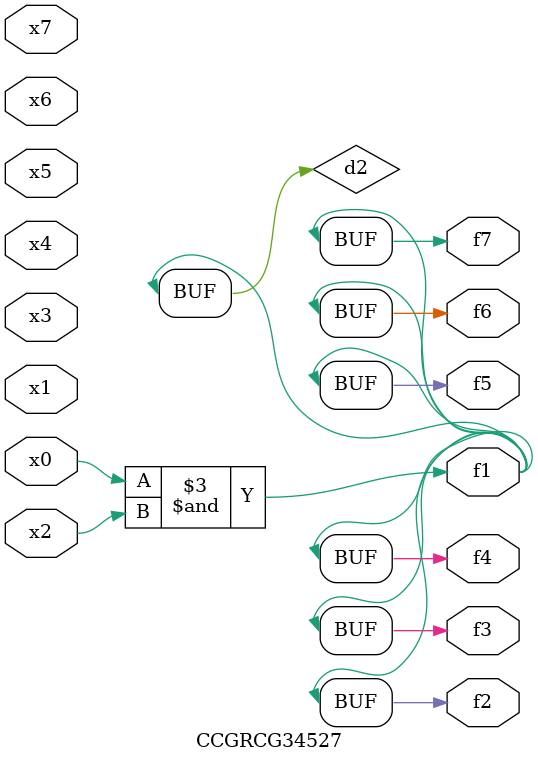
<source format=v>
module CCGRCG34527(
	input x0, x1, x2, x3, x4, x5, x6, x7,
	output f1, f2, f3, f4, f5, f6, f7
);

	wire d1, d2;

	nor (d1, x3, x6);
	and (d2, x0, x2);
	assign f1 = d2;
	assign f2 = d2;
	assign f3 = d2;
	assign f4 = d2;
	assign f5 = d2;
	assign f6 = d2;
	assign f7 = d2;
endmodule

</source>
